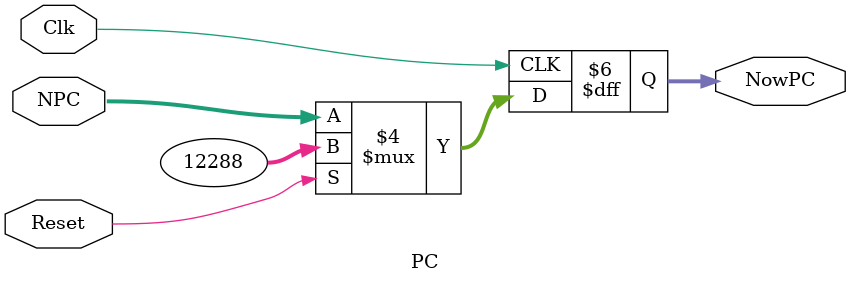
<source format=v>
`timescale 1ns / 1ps
module PC(
    input Clk,
    input Reset,
    input [31:0] NPC,
    output reg [31:0] NowPC
    );

    initial begin
        NowPC <= 32'h0000_3000;
    end

    always @(posedge Clk) begin
        if(Reset) begin
            // 同步复位
            NowPC <= 32'h0000_3000;
        end
        else begin
            NowPC <= NPC;
        end
    end


endmodule

</source>
